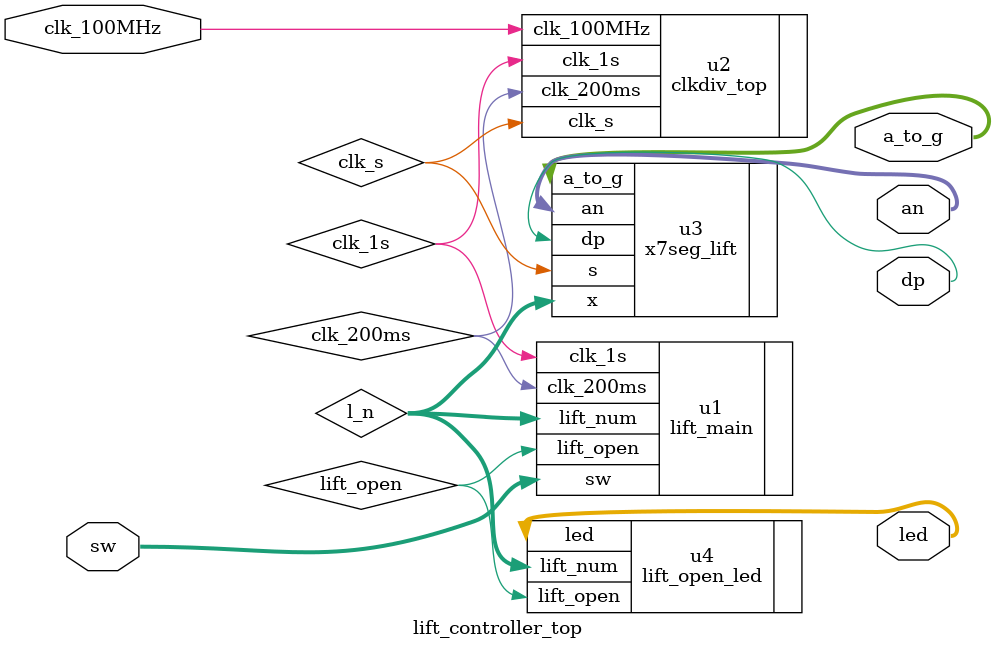
<source format=v>
`timescale 1ns / 1ps


module lift_controller_top(
    input wire clk_100MHz,
    input wire [15:0] sw,
    output wire [6:0] a_to_g,
    output wire [3:0] an,
    output wire dp,
    output wire [15:0] led
    );
    wire clk_1s,clk_200ms,clk_s,s,clk;
    wire lift_num,x;
    wire [3:0] l_n;
    wire lift_open;

   //µçÌÝÖ÷Ä£¿é
    lift_main u1(
      .clk_1s(clk_1s),
      .clk_200ms(clk_200ms),
      .sw(sw),
      .lift_num(l_n),
      .lift_open(lift_open)
      );
    //Ê±ÖÓ·ÖÆµÄ£¿é
    clkdiv_top u2(
      .clk_100MHz(clk_100MHz),
      .clk_200ms(clk_200ms),
      .clk_1s(clk_1s),
      .clk_s(clk_s)
      );
    //Æø¶ÎÏÔÊ¾Æ÷Ä£¿é
    x7seg_lift u3(
      .x(l_n),
      .s(clk_s),
      .a_to_g(a_to_g),
      .an(an),
      .dp(dp)
      );
    //ledÏÔÊ¾¿ªÃÅÄ£¿é
    lift_open_led u4(
      .lift_open(lift_open),
      .lift_num(l_n),
      .led(led)
      );
    
endmodule

</source>
